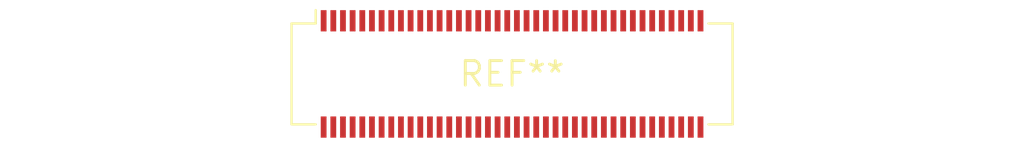
<source format=kicad_pcb>
(kicad_pcb (version 20240108) (generator pcbnew)
  (layers (0 "F.Cu" signal) (31 "B.Cu" signal) (34 "B.Paste" user) (35 "F.Paste" user) (36 "B.SilkS" user "B.Silkscreen") (37 "F.SilkS" user "F.Silkscreen") (38 "B.Mask" user) (39 "F.Mask" user) (44 "Edge.Cuts" user))
  (net 0 "")
  (footprint "Molex_SlimStack_54722-0804_2x40_P0.50mm_Vertical" (layer "F.Cu") (at 0 0)
    (property "Reference" "REF**")
    (property "Value" "Molex_SlimStack_54722-0804_2x40_P0.50mm_Vertical")
    (fp_line (start -11.41 -2.61) (end -10.16 -2.61) (layer "F.SilkS") (stroke (width 0.12)))
    (fp_line (start -11.41 2.61) (end -11.41 -2.61) (layer "F.SilkS") (stroke (width 0.12)))
    (fp_line (start -10.16 -2.61) (end -10.16 -3.3) (layer "F.SilkS") (stroke (width 0.12)))
    (fp_line (start -10.16 2.61) (end -11.41 2.61) (layer "F.SilkS") (stroke (width 0.12)))
    (fp_line (start 10.16 2.61) (end 11.41 2.61) (layer "F.SilkS") (stroke (width 0.12)))
    (fp_line (start 11.41 -2.61) (end 10.16 -2.61) (layer "F.SilkS") (stroke (width 0.12)))
    (fp_line (start 11.41 2.61) (end 11.41 -2.61) (layer "F.SilkS") (stroke (width 0.12)))
    (pad "1" smd rect (at -9.75 -2.75) (size 0.3 1.1) (layers "F.Cu" "F.Paste" "F.Mask"))
    (pad "2" smd rect (at -9.75 2.75) (size 0.3 1.1) (layers "F.Cu" "F.Paste" "F.Mask"))
    (pad "3" smd rect (at -9.25 -2.75) (size 0.3 1.1) (layers "F.Cu" "F.Paste" "F.Mask"))
    (pad "4" smd rect (at -9.25 2.75) (size 0.3 1.1) (layers "F.Cu" "F.Paste" "F.Mask"))
    (pad "5" smd rect (at -8.75 -2.75) (size 0.3 1.1) (layers "F.Cu" "F.Paste" "F.Mask"))
    (pad "6" smd rect (at -8.75 2.75) (size 0.3 1.1) (layers "F.Cu" "F.Paste" "F.Mask"))
    (pad "7" smd rect (at -8.25 -2.75) (size 0.3 1.1) (layers "F.Cu" "F.Paste" "F.Mask"))
    (pad "8" smd rect (at -8.25 2.75) (size 0.3 1.1) (layers "F.Cu" "F.Paste" "F.Mask"))
    (pad "9" smd rect (at -7.75 -2.75) (size 0.3 1.1) (layers "F.Cu" "F.Paste" "F.Mask"))
    (pad "10" smd rect (at -7.75 2.75) (size 0.3 1.1) (layers "F.Cu" "F.Paste" "F.Mask"))
    (pad "11" smd rect (at -7.25 -2.75) (size 0.3 1.1) (layers "F.Cu" "F.Paste" "F.Mask"))
    (pad "12" smd rect (at -7.25 2.75) (size 0.3 1.1) (layers "F.Cu" "F.Paste" "F.Mask"))
    (pad "13" smd rect (at -6.75 -2.75) (size 0.3 1.1) (layers "F.Cu" "F.Paste" "F.Mask"))
    (pad "14" smd rect (at -6.75 2.75) (size 0.3 1.1) (layers "F.Cu" "F.Paste" "F.Mask"))
    (pad "15" smd rect (at -6.25 -2.75) (size 0.3 1.1) (layers "F.Cu" "F.Paste" "F.Mask"))
    (pad "16" smd rect (at -6.25 2.75) (size 0.3 1.1) (layers "F.Cu" "F.Paste" "F.Mask"))
    (pad "17" smd rect (at -5.75 -2.75) (size 0.3 1.1) (layers "F.Cu" "F.Paste" "F.Mask"))
    (pad "18" smd rect (at -5.75 2.75) (size 0.3 1.1) (layers "F.Cu" "F.Paste" "F.Mask"))
    (pad "19" smd rect (at -5.25 -2.75) (size 0.3 1.1) (layers "F.Cu" "F.Paste" "F.Mask"))
    (pad "20" smd rect (at -5.25 2.75) (size 0.3 1.1) (layers "F.Cu" "F.Paste" "F.Mask"))
    (pad "21" smd rect (at -4.75 -2.75) (size 0.3 1.1) (layers "F.Cu" "F.Paste" "F.Mask"))
    (pad "22" smd rect (at -4.75 2.75) (size 0.3 1.1) (layers "F.Cu" "F.Paste" "F.Mask"))
    (pad "23" smd rect (at -4.25 -2.75) (size 0.3 1.1) (layers "F.Cu" "F.Paste" "F.Mask"))
    (pad "24" smd rect (at -4.25 2.75) (size 0.3 1.1) (layers "F.Cu" "F.Paste" "F.Mask"))
    (pad "25" smd rect (at -3.75 -2.75) (size 0.3 1.1) (layers "F.Cu" "F.Paste" "F.Mask"))
    (pad "26" smd rect (at -3.75 2.75) (size 0.3 1.1) (layers "F.Cu" "F.Paste" "F.Mask"))
    (pad "27" smd rect (at -3.25 -2.75) (size 0.3 1.1) (layers "F.Cu" "F.Paste" "F.Mask"))
    (pad "28" smd rect (at -3.25 2.75) (size 0.3 1.1) (layers "F.Cu" "F.Paste" "F.Mask"))
    (pad "29" smd rect (at -2.75 -2.75) (size 0.3 1.1) (layers "F.Cu" "F.Paste" "F.Mask"))
    (pad "30" smd rect (at -2.75 2.75) (size 0.3 1.1) (layers "F.Cu" "F.Paste" "F.Mask"))
    (pad "31" smd rect (at -2.25 -2.75) (size 0.3 1.1) (layers "F.Cu" "F.Paste" "F.Mask"))
    (pad "32" smd rect (at -2.25 2.75) (size 0.3 1.1) (layers "F.Cu" "F.Paste" "F.Mask"))
    (pad "33" smd rect (at -1.75 -2.75) (size 0.3 1.1) (layers "F.Cu" "F.Paste" "F.Mask"))
    (pad "34" smd rect (at -1.75 2.75) (size 0.3 1.1) (layers "F.Cu" "F.Paste" "F.Mask"))
    (pad "35" smd rect (at -1.25 -2.75) (size 0.3 1.1) (layers "F.Cu" "F.Paste" "F.Mask"))
    (pad "36" smd rect (at -1.25 2.75) (size 0.3 1.1) (layers "F.Cu" "F.Paste" "F.Mask"))
    (pad "37" smd rect (at -0.75 -2.75) (size 0.3 1.1) (layers "F.Cu" "F.Paste" "F.Mask"))
    (pad "38" smd rect (at -0.75 2.75) (size 0.3 1.1) (layers "F.Cu" "F.Paste" "F.Mask"))
    (pad "39" smd rect (at -0.25 -2.75) (size 0.3 1.1) (layers "F.Cu" "F.Paste" "F.Mask"))
    (pad "40" smd rect (at -0.25 2.75) (size 0.3 1.1) (layers "F.Cu" "F.Paste" "F.Mask"))
    (pad "41" smd rect (at 0.25 -2.75) (size 0.3 1.1) (layers "F.Cu" "F.Paste" "F.Mask"))
    (pad "42" smd rect (at 0.25 2.75) (size 0.3 1.1) (layers "F.Cu" "F.Paste" "F.Mask"))
    (pad "43" smd rect (at 0.75 -2.75) (size 0.3 1.1) (layers "F.Cu" "F.Paste" "F.Mask"))
    (pad "44" smd rect (at 0.75 2.75) (size 0.3 1.1) (layers "F.Cu" "F.Paste" "F.Mask"))
    (pad "45" smd rect (at 1.25 -2.75) (size 0.3 1.1) (layers "F.Cu" "F.Paste" "F.Mask"))
    (pad "46" smd rect (at 1.25 2.75) (size 0.3 1.1) (layers "F.Cu" "F.Paste" "F.Mask"))
    (pad "47" smd rect (at 1.75 -2.75) (size 0.3 1.1) (layers "F.Cu" "F.Paste" "F.Mask"))
    (pad "48" smd rect (at 1.75 2.75) (size 0.3 1.1) (layers "F.Cu" "F.Paste" "F.Mask"))
    (pad "49" smd rect (at 2.25 -2.75) (size 0.3 1.1) (layers "F.Cu" "F.Paste" "F.Mask"))
    (pad "50" smd rect (at 2.25 2.75) (size 0.3 1.1) (layers "F.Cu" "F.Paste" "F.Mask"))
    (pad "51" smd rect (at 2.75 -2.75) (size 0.3 1.1) (layers "F.Cu" "F.Paste" "F.Mask"))
    (pad "52" smd rect (at 2.75 2.75) (size 0.3 1.1) (layers "F.Cu" "F.Paste" "F.Mask"))
    (pad "53" smd rect (at 3.25 -2.75) (size 0.3 1.1) (layers "F.Cu" "F.Paste" "F.Mask"))
    (pad "54" smd rect (at 3.25 2.75) (size 0.3 1.1) (layers "F.Cu" "F.Paste" "F.Mask"))
    (pad "55" smd rect (at 3.75 -2.75) (size 0.3 1.1) (layers "F.Cu" "F.Paste" "F.Mask"))
    (pad "56" smd rect (at 3.75 2.75) (size 0.3 1.1) (layers "F.Cu" "F.Paste" "F.Mask"))
    (pad "57" smd rect (at 4.25 -2.75) (size 0.3 1.1) (layers "F.Cu" "F.Paste" "F.Mask"))
    (pad "58" smd rect (at 4.25 2.75) (size 0.3 1.1) (layers "F.Cu" "F.Paste" "F.Mask"))
    (pad "59" smd rect (at 4.75 -2.75) (size 0.3 1.1) (layers "F.Cu" "F.Paste" "F.Mask"))
    (pad "60" smd rect (at 4.75 2.75) (size 0.3 1.1) (layers "F.Cu" "F.Paste" "F.Mask"))
    (pad "61" smd rect (at 5.25 -2.75) (size 0.3 1.1) (layers "F.Cu" "F.Paste" "F.Mask"))
    (pad "62" smd rect (at 5.25 2.75) (size 0.3 1.1) (layers "F.Cu" "F.Paste" "F.Mask"))
    (pad "63" smd rect (at 5.75 -2.75) (size 0.3 1.1) (layers "F.Cu" "F.Paste" "F.Mask"))
    (pad "64" smd rect (at 5.75 2.75) (size 0.3 1.1) (layers "F.Cu" "F.Paste" "F.Mask"))
    (pad "65" smd rect (at 6.25 -2.75) (size 0.3 1.1) (layers "F.Cu" "F.Paste" "F.Mask"))
    (pad "66" smd rect (at 6.25 2.75) (size 0.3 1.1) (layers "F.Cu" "F.Paste" "F.Mask"))
    (pad "67" smd rect (at 6.75 -2.75) (size 0.3 1.1) (layers "F.Cu" "F.Paste" "F.Mask"))
    (pad "68" smd rect (at 6.75 2.75) (size 0.3 1.1) (layers "F.Cu" "F.Paste" "F.Mask"))
    (pad "69" smd rect (at 7.25 -2.75) (size 0.3 1.1) (layers "F.Cu" "F.Paste" "F.Mask"))
    (pad "70" smd rect (at 7.25 2.75) (size 0.3 1.1) (layers "F.Cu" "F.Paste" "F.Mask"))
    (pad "71" smd rect (at 7.75 -2.75) (size 0.3 1.1) (layers "F.Cu" "F.Paste" "F.Mask"))
    (pad "72" smd rect (at 7.75 2.75) (size 0.3 1.1) (layers "F.Cu" "F.Paste" "F.Mask"))
    (pad "73" smd rect (at 8.25 -2.75) (size 0.3 1.1) (layers "F.Cu" "F.Paste" "F.Mask"))
    (pad "74" smd rect (at 8.25 2.75) (size 0.3 1.1) (layers "F.Cu" "F.Paste" "F.Mask"))
    (pad "75" smd rect (at 8.75 -2.75) (size 0.3 1.1) (layers "F.Cu" "F.Paste" "F.Mask"))
    (pad "76" smd rect (at 8.75 2.75) (size 0.3 1.1) (layers "F.Cu" "F.Paste" "F.Mask"))
    (pad "77" smd rect (at 9.25 -2.75) (size 0.3 1.1) (layers "F.Cu" "F.Paste" "F.Mask"))
    (pad "78" smd rect (at 9.25 2.75) (size 0.3 1.1) (layers "F.Cu" "F.Paste" "F.Mask"))
    (pad "79" smd rect (at 9.75 -2.75) (size 0.3 1.1) (layers "F.Cu" "F.Paste" "F.Mask"))
    (pad "80" smd rect (at 9.75 2.75) (size 0.3 1.1) (layers "F.Cu" "F.Paste" "F.Mask"))
  )
)
</source>
